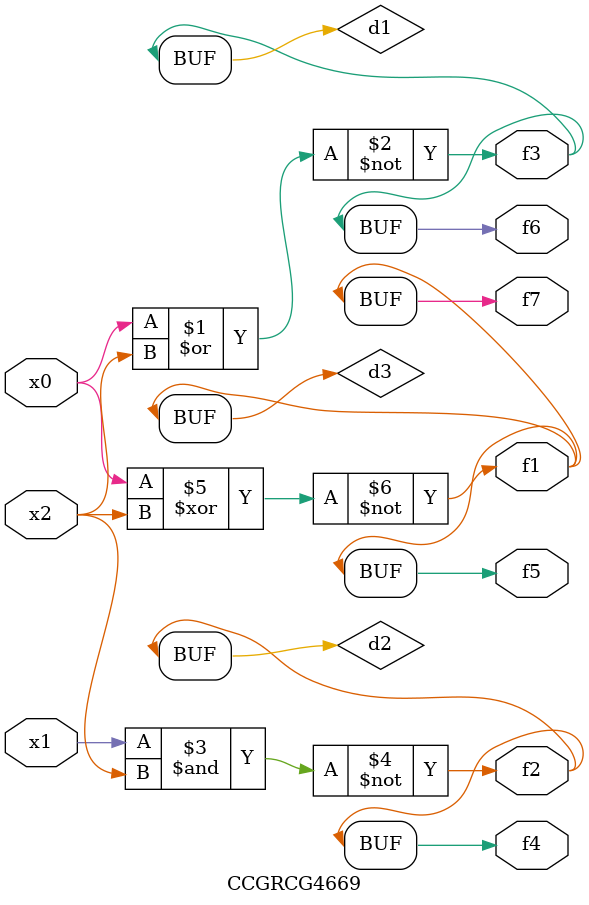
<source format=v>
module CCGRCG4669(
	input x0, x1, x2,
	output f1, f2, f3, f4, f5, f6, f7
);

	wire d1, d2, d3;

	nor (d1, x0, x2);
	nand (d2, x1, x2);
	xnor (d3, x0, x2);
	assign f1 = d3;
	assign f2 = d2;
	assign f3 = d1;
	assign f4 = d2;
	assign f5 = d3;
	assign f6 = d1;
	assign f7 = d3;
endmodule

</source>
